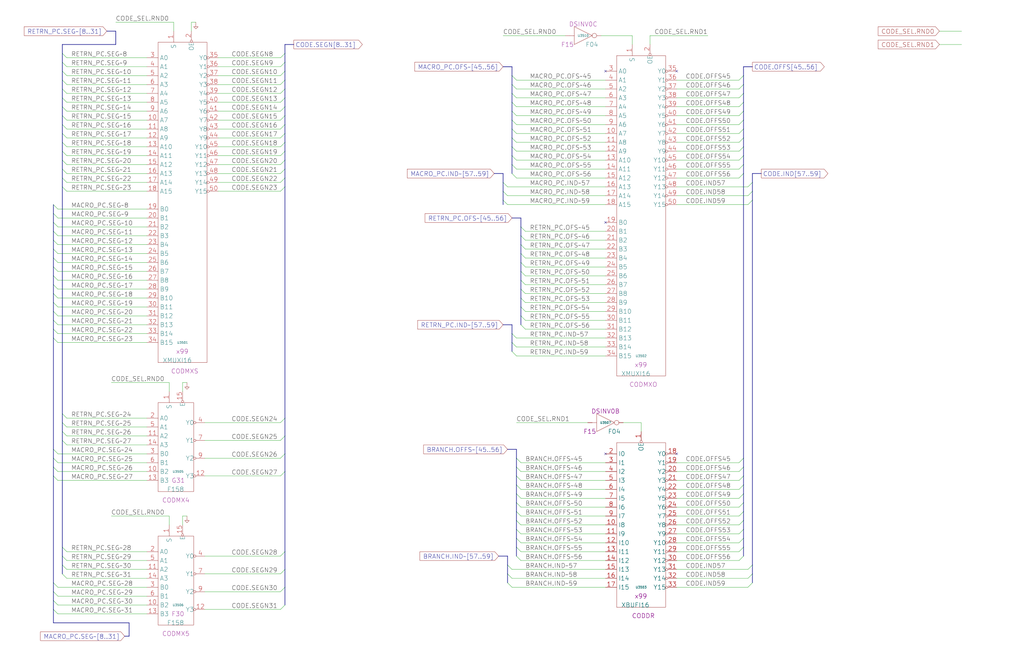
<source format=kicad_sch>
(kicad_sch (version 20211123) (generator eeschema)
  (paper "User" 584.2 378.46)
  (title_block (title "CODE REGISTER OUTPUT MUX") (date "22-MAY-90") (rev "1.0") (comment 1 "SEQUENCER") (comment 2 "232-003064") (comment 3 "S400") (comment 4 "RELEASED"))
  (lib_symbols
    (symbol "r1000:F04" (pin_numbers hide) (pin_names hide)
      (property "Reference" "U" (at 0 0 0))
      (property "Value" "F04" (at 1.27 -5.08 0))
      (property "Location" "___" (at -12.7 -5.08 0))
      (property "Name" "______" (at 0 5.08 0))
      (symbol "F04_1_1"
        (pin input line (at -10.16 0 0) (length 2.54) (name "D") (number "1"))
        (pin output line (at 10.16 0 180) (length 2.54) (name "Q") (number "2"))
      )
    )
    (symbol "r1000:F158" (pin_names (offset 1.016))
      (property "Reference" "U" (at 2.54 5.08 0))
      (property "Value" "F158" (at -3.81 -5.08 0))
      (property "Location" "___" (at -1.27 0 0))
      (property "Name" "______" (at 1.27 -12.7 0))
      (symbol "F158_1_1"
        (pin input line (at -2.54 50.8 270) (length 6.35) (name "S") (number "1"))
        (pin input line (at -15.24 5.08 0) (length 6.35) (name "B2") (number "10"))
        (pin input line (at -15.24 25.4 0) (length 6.35) (name "A2") (number "11"))
        (pin output line (at 17.78 2.54 180) (length 5.08) (name "Y3") (number "12"))
        (pin input line (at -15.24 0 0) (length 6.35) (name "B3") (number "13"))
        (pin input line (at -15.24 20.32 0) (length 6.35) (name "A3") (number "14"))
        (pin input line (at 5.08 50.8 270) (length 5.08) (name "E") (number "15"))
        (pin input line (at -15.24 35.56 0) (length 6.35) (name "A0") (number "2"))
        (pin input line (at -15.24 15.24 0) (length 6.35) (name "B0") (number "3"))
        (pin output line (at 17.78 33.02 180) (length 5.08) (name "Y0") (number "4"))
        (pin input line (at -15.24 30.48 0) (length 6.35) (name "A1") (number "5"))
        (pin input line (at -15.24 10.16 0) (length 6.35) (name "B1") (number "6"))
        (pin output line (at 17.78 22.86 180) (length 5.08) (name "Y1") (number "7"))
        (pin output line (at 17.78 12.7 180) (length 5.08) (name "Y2") (number "9"))
      )
    )
    (symbol "r1000:PD" (power) (pin_numbers hide) (pin_names hide) (in_bom no)
      (symbol "PD_1_1"
        (pin power_in line (at 0 0 270) (length 2.54) (name "PD") (number "1"))
      )
    )
    (symbol "r1000:XBUFI16" (pin_names (offset 1.016))
      (property "Reference" "U" (at 2.54 5.08 0))
      (property "Value" "XBUFI16" (at -8.89 -5.08 0))
      (property "Location" "___" (at -1.27 0 0))
      (property "Name" "______" (at 3.81 -12.7 0))
      (symbol "XBUFI16_1_1"
        (pin input line (at 2.54 93.98 270) (length 5.08) (name "OE") (number "1"))
        (pin input line (at -17.78 40.64 0) (length 6.35) (name "I8") (number "10"))
        (pin input line (at -17.78 35.56 0) (length 6.35) (name "I9") (number "11"))
        (pin input line (at -17.78 30.48 0) (length 6.35) (name "I10") (number "12"))
        (pin input line (at -17.78 25.4 0) (length 6.35) (name "I11") (number "13"))
        (pin input line (at -17.78 20.32 0) (length 6.35) (name "I12") (number "14"))
        (pin input line (at -17.78 15.24 0) (length 6.35) (name "I13") (number "15"))
        (pin input line (at -17.78 10.16 0) (length 6.35) (name "I14") (number "16"))
        (pin input line (at -17.78 5.08 0) (length 6.35) (name "I15") (number "17"))
        (pin tri_state line (at 22.86 81.28 180) (length 5.08) (name "Y0") (number "18"))
        (pin tri_state line (at 22.86 76.2 180) (length 5.08) (name "Y1") (number "19"))
        (pin input line (at -17.78 81.28 0) (length 6.35) (name "I0") (number "2"))
        (pin tri_state line (at 22.86 71.12 180) (length 5.08) (name "Y2") (number "20"))
        (pin tri_state line (at 22.86 66.04 180) (length 5.08) (name "Y3") (number "21"))
        (pin tri_state line (at 22.86 60.96 180) (length 5.08) (name "Y4") (number "22"))
        (pin tri_state line (at 22.86 55.88 180) (length 5.08) (name "Y5") (number "23"))
        (pin tri_state line (at 22.86 50.8 180) (length 5.08) (name "Y6") (number "24"))
        (pin tri_state line (at 22.86 45.72 180) (length 5.08) (name "Y7") (number "25"))
        (pin tri_state line (at 22.86 40.64 180) (length 5.08) (name "Y8") (number "26"))
        (pin tri_state line (at 22.86 35.56 180) (length 5.08) (name "Y9") (number "27"))
        (pin tri_state line (at 22.86 30.48 180) (length 5.08) (name "Y10") (number "28"))
        (pin tri_state line (at 22.86 25.4 180) (length 5.08) (name "Y11") (number "29"))
        (pin input line (at -17.78 76.2 0) (length 6.35) (name "I1") (number "3"))
        (pin tri_state line (at 22.86 20.32 180) (length 5.08) (name "Y12") (number "30"))
        (pin tri_state line (at 22.86 15.24 180) (length 5.08) (name "Y13") (number "31"))
        (pin tri_state line (at 22.86 10.16 180) (length 5.08) (name "Y14") (number "32"))
        (pin tri_state line (at 22.86 5.08 180) (length 5.08) (name "Y15") (number "33"))
        (pin input line (at -17.78 71.12 0) (length 6.35) (name "I2") (number "4"))
        (pin input line (at -17.78 66.04 0) (length 6.35) (name "I3") (number "5"))
        (pin input line (at -17.78 60.96 0) (length 6.35) (name "I4") (number "6"))
        (pin input line (at -17.78 55.88 0) (length 6.35) (name "I5") (number "7"))
        (pin input line (at -17.78 50.8 0) (length 6.35) (name "I6") (number "8"))
        (pin input line (at -17.78 45.72 0) (length 6.35) (name "I7") (number "9"))
      )
    )
    (symbol "r1000:XMUXI16" (pin_names (offset 1.016))
      (property "Reference" "U" (at 2.54 5.08 0))
      (property "Value" "XMUXI16" (at -8.89 -5.08 0))
      (property "Location" "___" (at -1.27 0 0))
      (property "Name" "______" (at 3.81 -12.7 0))
      (symbol "XMUXI16_1_1"
        (pin input line (at -2.54 182.88 270) (length 6.35) (name "S") (number "1"))
        (pin input line (at -17.78 132.08 0) (length 6.35) (name "A7") (number "10"))
        (pin input line (at -17.78 127 0) (length 6.35) (name "A8") (number "11"))
        (pin input line (at -17.78 121.92 0) (length 6.35) (name "A9") (number "12"))
        (pin input line (at -17.78 116.84 0) (length 6.35) (name "A10") (number "13"))
        (pin input line (at -17.78 111.76 0) (length 6.35) (name "A11") (number "14"))
        (pin input line (at -17.78 106.68 0) (length 6.35) (name "A12") (number "15"))
        (pin input line (at -17.78 101.6 0) (length 6.35) (name "A13") (number "16"))
        (pin input line (at -17.78 96.52 0) (length 6.35) (name "A14") (number "17"))
        (pin input line (at -17.78 91.44 0) (length 6.35) (name "A15") (number "18"))
        (pin input line (at -17.78 81.28 0) (length 6.35) (name "B0") (number "19"))
        (pin input line (at 7.62 182.88 270) (length 5.08) (name "OE") (number "2"))
        (pin input line (at -17.78 76.2 0) (length 6.35) (name "B1") (number "20"))
        (pin input line (at -17.78 71.12 0) (length 6.35) (name "B2") (number "21"))
        (pin input line (at -17.78 66.04 0) (length 6.35) (name "B3") (number "22"))
        (pin input line (at -17.78 60.96 0) (length 6.35) (name "B4") (number "23"))
        (pin input line (at -17.78 55.88 0) (length 6.35) (name "B5") (number "24"))
        (pin input line (at -17.78 50.8 0) (length 6.35) (name "B6") (number "25"))
        (pin input line (at -17.78 45.72 0) (length 6.35) (name "B7") (number "26"))
        (pin input line (at -17.78 40.64 0) (length 6.35) (name "B8") (number "27"))
        (pin input line (at -17.78 35.56 0) (length 6.35) (name "B9") (number "28"))
        (pin input line (at -17.78 30.48 0) (length 6.35) (name "B10") (number "29"))
        (pin input line (at -17.78 167.64 0) (length 6.35) (name "A0") (number "3"))
        (pin input line (at -17.78 25.4 0) (length 6.35) (name "B11") (number "30"))
        (pin input line (at -17.78 20.32 0) (length 6.35) (name "B12") (number "31"))
        (pin input line (at -17.78 15.24 0) (length 6.35) (name "B13") (number "32"))
        (pin input line (at -17.78 10.16 0) (length 6.35) (name "B14") (number "33"))
        (pin input line (at -17.78 5.08 0) (length 6.35) (name "B15") (number "34"))
        (pin tri_state line (at 22.86 167.64 180) (length 5.08) (name "Y0") (number "35"))
        (pin tri_state line (at 22.86 162.56 180) (length 5.08) (name "Y1") (number "36"))
        (pin tri_state line (at 22.86 157.48 180) (length 5.08) (name "Y2") (number "37"))
        (pin tri_state line (at 22.86 152.4 180) (length 5.08) (name "Y3") (number "38"))
        (pin tri_state line (at 22.86 147.32 180) (length 5.08) (name "Y4") (number "39"))
        (pin input line (at -17.78 162.56 0) (length 6.35) (name "A1") (number "4"))
        (pin tri_state line (at 22.86 142.24 180) (length 5.08) (name "Y5") (number "40"))
        (pin tri_state line (at 22.86 137.16 180) (length 5.08) (name "Y6") (number "41"))
        (pin tri_state line (at 22.86 132.08 180) (length 5.08) (name "Y7") (number "42"))
        (pin tri_state line (at 22.86 127 180) (length 5.08) (name "Y8") (number "43"))
        (pin tri_state line (at 22.86 121.92 180) (length 5.08) (name "Y9") (number "44"))
        (pin tri_state line (at 22.86 116.84 180) (length 5.08) (name "Y10") (number "45"))
        (pin tri_state line (at 22.86 111.76 180) (length 5.08) (name "Y11") (number "46"))
        (pin tri_state line (at 22.86 106.68 180) (length 5.08) (name "Y12") (number "47"))
        (pin tri_state line (at 22.86 101.6 180) (length 5.08) (name "Y13") (number "48"))
        (pin tri_state line (at 22.86 96.52 180) (length 5.08) (name "Y14") (number "49"))
        (pin input line (at -17.78 157.48 0) (length 6.35) (name "A2") (number "5"))
        (pin tri_state line (at 22.86 91.44 180) (length 5.08) (name "Y15") (number "50"))
        (pin input line (at -17.78 152.4 0) (length 6.35) (name "A3") (number "6"))
        (pin input line (at -17.78 147.32 0) (length 6.35) (name "A4") (number "7"))
        (pin input line (at -17.78 142.24 0) (length 6.35) (name "A5") (number "8"))
        (pin input line (at -17.78 137.16 0) (length 6.35) (name "A6") (number "9"))
      )
    )
  )
  (bus (pts (xy 162.56 101.6) (xy 162.56 106.68)))
  (bus (pts (xy 162.56 106.68) (xy 162.56 238.76)))
  (bus (pts (xy 162.56 238.76) (xy 162.56 248.92)))
  (bus (pts (xy 162.56 248.92) (xy 162.56 259.08)))
  (bus (pts (xy 162.56 25.4) (xy 162.56 30.48)))
  (bus (pts (xy 162.56 259.08) (xy 162.56 269.24)))
  (bus (pts (xy 162.56 269.24) (xy 162.56 314.96)))
  (bus (pts (xy 162.56 30.48) (xy 162.56 35.56)))
  (bus (pts (xy 162.56 314.96) (xy 162.56 325.12)))
  (bus (pts (xy 162.56 325.12) (xy 162.56 335.28)))
  (bus (pts (xy 162.56 335.28) (xy 162.56 345.44)))
  (bus (pts (xy 162.56 35.56) (xy 162.56 40.64)))
  (bus (pts (xy 162.56 40.64) (xy 162.56 45.72)))
  (bus (pts (xy 162.56 45.72) (xy 162.56 50.8)))
  (bus (pts (xy 162.56 50.8) (xy 162.56 55.88)))
  (bus (pts (xy 162.56 55.88) (xy 162.56 60.96)))
  (bus (pts (xy 162.56 60.96) (xy 162.56 66.04)))
  (bus (pts (xy 162.56 66.04) (xy 162.56 71.12)))
  (bus (pts (xy 162.56 71.12) (xy 162.56 76.2)))
  (bus (pts (xy 162.56 76.2) (xy 162.56 81.28)))
  (bus (pts (xy 162.56 81.28) (xy 162.56 86.36)))
  (bus (pts (xy 162.56 86.36) (xy 162.56 91.44)))
  (bus (pts (xy 162.56 91.44) (xy 162.56 96.52)))
  (bus (pts (xy 162.56 96.52) (xy 162.56 101.6)))
  (bus (pts (xy 167.64 25.4) (xy 162.56 25.4)))
  (bus (pts (xy 281.94 99.06) (xy 287.02 99.06)))
  (bus (pts (xy 287.02 104.14) (xy 287.02 109.22)))
  (bus (pts (xy 287.02 109.22) (xy 287.02 114.3)))
  (bus (pts (xy 287.02 114.3) (xy 287.02 116.84)))
  (bus (pts (xy 287.02 185.42) (xy 292.1 185.42)))
  (bus (pts (xy 287.02 38.1) (xy 292.1 38.1)))
  (bus (pts (xy 287.02 99.06) (xy 287.02 104.14)))
  (bus (pts (xy 289.56 256.54) (xy 294.64 256.54)))
  (bus (pts (xy 289.56 317.5) (xy 284.48 317.5)))
  (bus (pts (xy 289.56 322.58) (xy 289.56 317.5)))
  (bus (pts (xy 289.56 322.58) (xy 289.56 327.66)))
  (bus (pts (xy 289.56 327.66) (xy 289.56 332.74)))
  (bus (pts (xy 292.1 124.46) (xy 297.18 124.46)))
  (bus (pts (xy 292.1 185.42) (xy 292.1 190.5)))
  (bus (pts (xy 292.1 190.5) (xy 292.1 195.58)))
  (bus (pts (xy 292.1 195.58) (xy 292.1 200.66)))
  (bus (pts (xy 292.1 38.1) (xy 292.1 43.18)))
  (bus (pts (xy 292.1 43.18) (xy 292.1 48.26)))
  (bus (pts (xy 292.1 48.26) (xy 292.1 53.34)))
  (bus (pts (xy 292.1 53.34) (xy 292.1 58.42)))
  (bus (pts (xy 292.1 58.42) (xy 292.1 63.5)))
  (bus (pts (xy 292.1 63.5) (xy 292.1 68.58)))
  (bus (pts (xy 292.1 68.58) (xy 292.1 73.66)))
  (bus (pts (xy 292.1 73.66) (xy 292.1 78.74)))
  (bus (pts (xy 292.1 78.74) (xy 292.1 83.82)))
  (bus (pts (xy 292.1 83.82) (xy 292.1 88.9)))
  (bus (pts (xy 292.1 88.9) (xy 292.1 93.98)))
  (bus (pts (xy 292.1 93.98) (xy 292.1 99.06)))
  (bus (pts (xy 294.64 256.54) (xy 294.64 261.62)))
  (bus (pts (xy 294.64 261.62) (xy 294.64 266.7)))
  (bus (pts (xy 294.64 266.7) (xy 294.64 271.78)))
  (bus (pts (xy 294.64 271.78) (xy 294.64 276.86)))
  (bus (pts (xy 294.64 276.86) (xy 294.64 281.94)))
  (bus (pts (xy 294.64 281.94) (xy 294.64 287.02)))
  (bus (pts (xy 294.64 287.02) (xy 294.64 292.1)))
  (bus (pts (xy 294.64 292.1) (xy 294.64 297.18)))
  (bus (pts (xy 294.64 297.18) (xy 294.64 302.26)))
  (bus (pts (xy 294.64 302.26) (xy 294.64 307.34)))
  (bus (pts (xy 294.64 307.34) (xy 294.64 312.42)))
  (bus (pts (xy 294.64 312.42) (xy 294.64 317.5)))
  (bus (pts (xy 297.18 124.46) (xy 297.18 129.54)))
  (bus (pts (xy 297.18 129.54) (xy 297.18 134.62)))
  (bus (pts (xy 297.18 134.62) (xy 297.18 139.7)))
  (bus (pts (xy 297.18 139.7) (xy 297.18 144.78)))
  (bus (pts (xy 297.18 144.78) (xy 297.18 149.86)))
  (bus (pts (xy 297.18 149.86) (xy 297.18 154.94)))
  (bus (pts (xy 297.18 154.94) (xy 297.18 160.02)))
  (bus (pts (xy 297.18 160.02) (xy 297.18 165.1)))
  (bus (pts (xy 297.18 165.1) (xy 297.18 170.18)))
  (bus (pts (xy 297.18 170.18) (xy 297.18 175.26)))
  (bus (pts (xy 297.18 175.26) (xy 297.18 180.34)))
  (bus (pts (xy 297.18 180.34) (xy 297.18 185.42)))
  (bus (pts (xy 30.48 116.84) (xy 30.48 121.92)))
  (bus (pts (xy 30.48 121.92) (xy 30.48 127)))
  (bus (pts (xy 30.48 127) (xy 30.48 132.08)))
  (bus (pts (xy 30.48 132.08) (xy 30.48 137.16)))
  (bus (pts (xy 30.48 137.16) (xy 30.48 142.24)))
  (bus (pts (xy 30.48 142.24) (xy 30.48 147.32)))
  (bus (pts (xy 30.48 147.32) (xy 30.48 152.4)))
  (bus (pts (xy 30.48 152.4) (xy 30.48 157.48)))
  (bus (pts (xy 30.48 157.48) (xy 30.48 162.56)))
  (bus (pts (xy 30.48 162.56) (xy 30.48 167.64)))
  (bus (pts (xy 30.48 167.64) (xy 30.48 172.72)))
  (bus (pts (xy 30.48 172.72) (xy 30.48 177.8)))
  (bus (pts (xy 30.48 177.8) (xy 30.48 182.88)))
  (bus (pts (xy 30.48 182.88) (xy 30.48 187.96)))
  (bus (pts (xy 30.48 187.96) (xy 30.48 193.04)))
  (bus (pts (xy 30.48 193.04) (xy 30.48 256.54)))
  (bus (pts (xy 30.48 256.54) (xy 30.48 261.62)))
  (bus (pts (xy 30.48 261.62) (xy 30.48 266.7)))
  (bus (pts (xy 30.48 266.7) (xy 30.48 271.78)))
  (bus (pts (xy 30.48 271.78) (xy 30.48 332.74)))
  (bus (pts (xy 30.48 332.74) (xy 30.48 337.82)))
  (bus (pts (xy 30.48 337.82) (xy 30.48 342.9)))
  (bus (pts (xy 30.48 342.9) (xy 30.48 347.98)))
  (bus (pts (xy 30.48 355.6) (xy 30.48 347.98)))
  (bus (pts (xy 35.56 101.6) (xy 35.56 106.68)))
  (bus (pts (xy 35.56 106.68) (xy 35.56 236.22)))
  (bus (pts (xy 35.56 236.22) (xy 35.56 241.3)))
  (bus (pts (xy 35.56 241.3) (xy 35.56 246.38)))
  (bus (pts (xy 35.56 246.38) (xy 35.56 251.46)))
  (bus (pts (xy 35.56 25.4) (xy 35.56 30.48)))
  (bus (pts (xy 35.56 251.46) (xy 35.56 312.42)))
  (bus (pts (xy 35.56 30.48) (xy 35.56 35.56)))
  (bus (pts (xy 35.56 312.42) (xy 35.56 317.5)))
  (bus (pts (xy 35.56 317.5) (xy 35.56 322.58)))
  (bus (pts (xy 35.56 322.58) (xy 35.56 327.66)))
  (bus (pts (xy 35.56 35.56) (xy 35.56 40.64)))
  (bus (pts (xy 35.56 40.64) (xy 35.56 45.72)))
  (bus (pts (xy 35.56 45.72) (xy 35.56 50.8)))
  (bus (pts (xy 35.56 50.8) (xy 35.56 55.88)))
  (bus (pts (xy 35.56 55.88) (xy 35.56 60.96)))
  (bus (pts (xy 35.56 60.96) (xy 35.56 66.04)))
  (bus (pts (xy 35.56 66.04) (xy 35.56 71.12)))
  (bus (pts (xy 35.56 71.12) (xy 35.56 76.2)))
  (bus (pts (xy 35.56 76.2) (xy 35.56 81.28)))
  (bus (pts (xy 35.56 81.28) (xy 35.56 86.36)))
  (bus (pts (xy 35.56 86.36) (xy 35.56 91.44)))
  (bus (pts (xy 35.56 91.44) (xy 35.56 96.52)))
  (bus (pts (xy 35.56 96.52) (xy 35.56 101.6)))
  (bus (pts (xy 424.18 261.62) (xy 424.18 266.7)))
  (bus (pts (xy 424.18 266.7) (xy 424.18 271.78)))
  (bus (pts (xy 424.18 271.78) (xy 424.18 276.86)))
  (bus (pts (xy 424.18 276.86) (xy 424.18 281.94)))
  (bus (pts (xy 424.18 281.94) (xy 424.18 287.02)))
  (bus (pts (xy 424.18 287.02) (xy 424.18 292.1)))
  (bus (pts (xy 424.18 292.1) (xy 424.18 297.18)))
  (bus (pts (xy 424.18 297.18) (xy 424.18 302.26)))
  (bus (pts (xy 424.18 302.26) (xy 424.18 307.34)))
  (bus (pts (xy 424.18 307.34) (xy 424.18 312.42)))
  (bus (pts (xy 424.18 312.42) (xy 424.18 317.5)))
  (bus (pts (xy 424.18 38.1) (xy 424.18 43.18)))
  (bus (pts (xy 424.18 43.18) (xy 424.18 48.26)))
  (bus (pts (xy 424.18 48.26) (xy 424.18 53.34)))
  (bus (pts (xy 424.18 53.34) (xy 424.18 58.42)))
  (bus (pts (xy 424.18 58.42) (xy 424.18 63.5)))
  (bus (pts (xy 424.18 63.5) (xy 424.18 68.58)))
  (bus (pts (xy 424.18 68.58) (xy 424.18 73.66)))
  (bus (pts (xy 424.18 73.66) (xy 424.18 78.74)))
  (bus (pts (xy 424.18 78.74) (xy 424.18 83.82)))
  (bus (pts (xy 424.18 83.82) (xy 424.18 88.9)))
  (bus (pts (xy 424.18 88.9) (xy 424.18 93.98)))
  (bus (pts (xy 424.18 93.98) (xy 424.18 99.06)))
  (bus (pts (xy 424.18 99.06) (xy 424.18 261.62)))
  (bus (pts (xy 429.26 104.14) (xy 429.26 109.22)))
  (bus (pts (xy 429.26 109.22) (xy 429.26 114.3)))
  (bus (pts (xy 429.26 114.3) (xy 429.26 322.58)))
  (bus (pts (xy 429.26 322.58) (xy 429.26 327.66)))
  (bus (pts (xy 429.26 327.66) (xy 429.26 332.74)))
  (bus (pts (xy 429.26 38.1) (xy 424.18 38.1)))
  (bus (pts (xy 429.26 99.06) (xy 429.26 104.14)))
  (bus (pts (xy 434.34 99.06) (xy 429.26 99.06)))
  (bus (pts (xy 60.96 17.78) (xy 66.04 17.78)))
  (bus (pts (xy 66.04 17.78) (xy 66.04 25.4)))
  (bus (pts (xy 66.04 25.4) (xy 35.56 25.4)))
  (bus (pts (xy 71.12 363.22) (xy 73.66 363.22)))
  (bus (pts (xy 73.66 355.6) (xy 30.48 355.6)))
  (bus (pts (xy 73.66 363.22) (xy 73.66 355.6)))
  (wire (pts (xy 104.14 218.44) (xy 104.14 223.52)))
  (wire (pts (xy 104.14 294.64) (xy 104.14 299.72)))
  (wire (pts (xy 106.68 218.44) (xy 104.14 218.44)))
  (wire (pts (xy 106.68 294.64) (xy 104.14 294.64)))
  (wire (pts (xy 109.22 12.7) (xy 109.22 17.78)))
  (wire (pts (xy 111.76 12.7) (xy 109.22 12.7)))
  (wire (pts (xy 116.84 241.3) (xy 160.02 241.3)))
  (wire (pts (xy 116.84 251.46) (xy 160.02 251.46)))
  (wire (pts (xy 116.84 261.62) (xy 160.02 261.62)))
  (wire (pts (xy 116.84 271.78) (xy 160.02 271.78)))
  (wire (pts (xy 116.84 317.5) (xy 160.02 317.5)))
  (wire (pts (xy 116.84 327.66) (xy 160.02 327.66)))
  (wire (pts (xy 116.84 337.82) (xy 160.02 337.82)))
  (wire (pts (xy 116.84 347.98) (xy 160.02 347.98)))
  (wire (pts (xy 124.46 104.14) (xy 160.02 104.14)))
  (wire (pts (xy 124.46 109.22) (xy 160.02 109.22)))
  (wire (pts (xy 124.46 33.02) (xy 160.02 33.02)))
  (wire (pts (xy 124.46 38.1) (xy 160.02 38.1)))
  (wire (pts (xy 124.46 43.18) (xy 160.02 43.18)))
  (wire (pts (xy 124.46 48.26) (xy 160.02 48.26)))
  (wire (pts (xy 124.46 53.34) (xy 160.02 53.34)))
  (wire (pts (xy 124.46 58.42) (xy 160.02 58.42)))
  (wire (pts (xy 124.46 63.5) (xy 160.02 63.5)))
  (wire (pts (xy 124.46 68.58) (xy 160.02 68.58)))
  (wire (pts (xy 124.46 73.66) (xy 160.02 73.66)))
  (wire (pts (xy 124.46 78.74) (xy 160.02 78.74)))
  (wire (pts (xy 124.46 83.82) (xy 160.02 83.82)))
  (wire (pts (xy 124.46 88.9) (xy 160.02 88.9)))
  (wire (pts (xy 124.46 93.98) (xy 160.02 93.98)))
  (wire (pts (xy 124.46 99.06) (xy 160.02 99.06)))
  (wire (pts (xy 287.02 20.32) (xy 322.58 20.32)))
  (wire (pts (xy 289.56 106.68) (xy 345.44 106.68)))
  (wire (pts (xy 289.56 111.76) (xy 345.44 111.76)))
  (wire (pts (xy 289.56 116.84) (xy 345.44 116.84)))
  (wire (pts (xy 292.1 325.12) (xy 345.44 325.12)))
  (wire (pts (xy 292.1 330.2) (xy 345.44 330.2)))
  (wire (pts (xy 292.1 335.28) (xy 345.44 335.28)))
  (wire (pts (xy 294.64 101.6) (xy 345.44 101.6)))
  (wire (pts (xy 294.64 193.04) (xy 345.44 193.04)))
  (wire (pts (xy 294.64 198.12) (xy 345.44 198.12)))
  (wire (pts (xy 294.64 203.2) (xy 345.44 203.2)))
  (wire (pts (xy 294.64 241.3) (xy 335.28 241.3)))
  (wire (pts (xy 294.64 45.72) (xy 345.44 45.72)))
  (wire (pts (xy 294.64 50.8) (xy 345.44 50.8)))
  (wire (pts (xy 294.64 55.88) (xy 345.44 55.88)))
  (wire (pts (xy 294.64 60.96) (xy 345.44 60.96)))
  (wire (pts (xy 294.64 66.04) (xy 345.44 66.04)))
  (wire (pts (xy 294.64 71.12) (xy 345.44 71.12)))
  (wire (pts (xy 294.64 76.2) (xy 345.44 76.2)))
  (wire (pts (xy 294.64 81.28) (xy 345.44 81.28)))
  (wire (pts (xy 294.64 86.36) (xy 345.44 86.36)))
  (wire (pts (xy 294.64 91.44) (xy 345.44 91.44)))
  (wire (pts (xy 294.64 96.52) (xy 345.44 96.52)))
  (wire (pts (xy 297.18 264.16) (xy 345.44 264.16)))
  (wire (pts (xy 297.18 269.24) (xy 345.44 269.24)))
  (wire (pts (xy 297.18 274.32) (xy 345.44 274.32)))
  (wire (pts (xy 297.18 279.4) (xy 345.44 279.4)))
  (wire (pts (xy 297.18 284.48) (xy 345.44 284.48)))
  (wire (pts (xy 297.18 289.56) (xy 345.44 289.56)))
  (wire (pts (xy 297.18 294.64) (xy 345.44 294.64)))
  (wire (pts (xy 297.18 299.72) (xy 345.44 299.72)))
  (wire (pts (xy 297.18 304.8) (xy 345.44 304.8)))
  (wire (pts (xy 297.18 309.88) (xy 345.44 309.88)))
  (wire (pts (xy 297.18 314.96) (xy 345.44 314.96)))
  (wire (pts (xy 297.18 320.04) (xy 345.44 320.04)))
  (wire (pts (xy 299.72 132.08) (xy 345.44 132.08)))
  (wire (pts (xy 299.72 137.16) (xy 345.44 137.16)))
  (wire (pts (xy 299.72 142.24) (xy 345.44 142.24)))
  (wire (pts (xy 299.72 147.32) (xy 345.44 147.32)))
  (wire (pts (xy 299.72 152.4) (xy 345.44 152.4)))
  (wire (pts (xy 299.72 157.48) (xy 345.44 157.48)))
  (wire (pts (xy 299.72 162.56) (xy 345.44 162.56)))
  (wire (pts (xy 299.72 167.64) (xy 345.44 167.64)))
  (wire (pts (xy 299.72 172.72) (xy 345.44 172.72)))
  (wire (pts (xy 299.72 177.8) (xy 345.44 177.8)))
  (wire (pts (xy 299.72 182.88) (xy 345.44 182.88)))
  (wire (pts (xy 299.72 187.96) (xy 345.44 187.96)))
  (wire (pts (xy 33.02 119.38) (xy 83.82 119.38)))
  (wire (pts (xy 33.02 124.46) (xy 83.82 124.46)))
  (wire (pts (xy 33.02 129.54) (xy 83.82 129.54)))
  (wire (pts (xy 33.02 134.62) (xy 83.82 134.62)))
  (wire (pts (xy 33.02 139.7) (xy 83.82 139.7)))
  (wire (pts (xy 33.02 144.78) (xy 83.82 144.78)))
  (wire (pts (xy 33.02 149.86) (xy 83.82 149.86)))
  (wire (pts (xy 33.02 154.94) (xy 83.82 154.94)))
  (wire (pts (xy 33.02 160.02) (xy 83.82 160.02)))
  (wire (pts (xy 33.02 165.1) (xy 83.82 165.1)))
  (wire (pts (xy 33.02 170.18) (xy 83.82 170.18)))
  (wire (pts (xy 33.02 175.26) (xy 83.82 175.26)))
  (wire (pts (xy 33.02 180.34) (xy 83.82 180.34)))
  (wire (pts (xy 33.02 185.42) (xy 83.82 185.42)))
  (wire (pts (xy 33.02 190.5) (xy 83.82 190.5)))
  (wire (pts (xy 33.02 195.58) (xy 83.82 195.58)))
  (wire (pts (xy 33.02 259.08) (xy 83.82 259.08)))
  (wire (pts (xy 33.02 264.16) (xy 83.82 264.16)))
  (wire (pts (xy 33.02 269.24) (xy 83.82 269.24)))
  (wire (pts (xy 33.02 274.32) (xy 83.82 274.32)))
  (wire (pts (xy 33.02 335.28) (xy 83.82 335.28)))
  (wire (pts (xy 33.02 340.36) (xy 83.82 340.36)))
  (wire (pts (xy 33.02 345.44) (xy 83.82 345.44)))
  (wire (pts (xy 33.02 350.52) (xy 83.82 350.52)))
  (wire (pts (xy 342.9 20.32) (xy 360.68 20.32)))
  (wire (pts (xy 355.6 241.3) (xy 365.76 241.3)))
  (wire (pts (xy 360.68 20.32) (xy 360.68 25.4)))
  (wire (pts (xy 365.76 241.3) (xy 365.76 246.38)))
  (wire (pts (xy 370.84 20.32) (xy 403.86 20.32)))
  (wire (pts (xy 370.84 25.4) (xy 370.84 20.32)))
  (wire (pts (xy 38.1 104.14) (xy 83.82 104.14)))
  (wire (pts (xy 38.1 109.22) (xy 83.82 109.22)))
  (wire (pts (xy 38.1 238.76) (xy 83.82 238.76)))
  (wire (pts (xy 38.1 243.84) (xy 83.82 243.84)))
  (wire (pts (xy 38.1 248.92) (xy 83.82 248.92)))
  (wire (pts (xy 38.1 254) (xy 83.82 254)))
  (wire (pts (xy 38.1 314.96) (xy 83.82 314.96)))
  (wire (pts (xy 38.1 320.04) (xy 83.82 320.04)))
  (wire (pts (xy 38.1 325.12) (xy 83.82 325.12)))
  (wire (pts (xy 38.1 33.02) (xy 83.82 33.02)))
  (wire (pts (xy 38.1 330.2) (xy 83.82 330.2)))
  (wire (pts (xy 38.1 38.1) (xy 83.82 38.1)))
  (wire (pts (xy 38.1 43.18) (xy 83.82 43.18)))
  (wire (pts (xy 38.1 48.26) (xy 83.82 48.26)))
  (wire (pts (xy 38.1 53.34) (xy 83.82 53.34)))
  (wire (pts (xy 38.1 58.42) (xy 83.82 58.42)))
  (wire (pts (xy 38.1 63.5) (xy 83.82 63.5)))
  (wire (pts (xy 38.1 68.58) (xy 83.82 68.58)))
  (wire (pts (xy 38.1 73.66) (xy 83.82 73.66)))
  (wire (pts (xy 38.1 78.74) (xy 83.82 78.74)))
  (wire (pts (xy 38.1 83.82) (xy 83.82 83.82)))
  (wire (pts (xy 38.1 88.9) (xy 83.82 88.9)))
  (wire (pts (xy 38.1 93.98) (xy 83.82 93.98)))
  (wire (pts (xy 38.1 99.06) (xy 83.82 99.06)))
  (wire (pts (xy 386.08 101.6) (xy 421.64 101.6)))
  (wire (pts (xy 386.08 106.68) (xy 426.72 106.68)))
  (wire (pts (xy 386.08 111.76) (xy 426.72 111.76)))
  (wire (pts (xy 386.08 116.84) (xy 426.72 116.84)))
  (wire (pts (xy 386.08 264.16) (xy 421.64 264.16)))
  (wire (pts (xy 386.08 269.24) (xy 421.64 269.24)))
  (wire (pts (xy 386.08 274.32) (xy 421.64 274.32)))
  (wire (pts (xy 386.08 279.4) (xy 421.64 279.4)))
  (wire (pts (xy 386.08 284.48) (xy 421.64 284.48)))
  (wire (pts (xy 386.08 289.56) (xy 421.64 289.56)))
  (wire (pts (xy 386.08 294.64) (xy 421.64 294.64)))
  (wire (pts (xy 386.08 299.72) (xy 421.64 299.72)))
  (wire (pts (xy 386.08 304.8) (xy 421.64 304.8)))
  (wire (pts (xy 386.08 309.88) (xy 421.64 309.88)))
  (wire (pts (xy 386.08 314.96) (xy 421.64 314.96)))
  (wire (pts (xy 386.08 320.04) (xy 421.64 320.04)))
  (wire (pts (xy 386.08 325.12) (xy 426.72 325.12)))
  (wire (pts (xy 386.08 330.2) (xy 426.72 330.2)))
  (wire (pts (xy 386.08 335.28) (xy 426.72 335.28)))
  (wire (pts (xy 386.08 45.72) (xy 421.64 45.72)))
  (wire (pts (xy 386.08 50.8) (xy 421.64 50.8)))
  (wire (pts (xy 386.08 55.88) (xy 421.64 55.88)))
  (wire (pts (xy 386.08 60.96) (xy 421.64 60.96)))
  (wire (pts (xy 386.08 66.04) (xy 421.64 66.04)))
  (wire (pts (xy 386.08 71.12) (xy 421.64 71.12)))
  (wire (pts (xy 386.08 76.2) (xy 421.64 76.2)))
  (wire (pts (xy 386.08 81.28) (xy 421.64 81.28)))
  (wire (pts (xy 386.08 86.36) (xy 421.64 86.36)))
  (wire (pts (xy 386.08 91.44) (xy 421.64 91.44)))
  (wire (pts (xy 386.08 96.52) (xy 421.64 96.52)))
  (wire (pts (xy 535.94 17.78) (xy 548.64 17.78)))
  (wire (pts (xy 535.94 25.4) (xy 548.64 25.4)))
  (wire (pts (xy 63.5 218.44) (xy 96.52 218.44)))
  (wire (pts (xy 63.5 294.64) (xy 96.52 294.64)))
  (wire (pts (xy 66.04 12.7) (xy 99.06 12.7)))
  (wire (pts (xy 96.52 218.44) (xy 96.52 223.52)))
  (wire (pts (xy 96.52 294.64) (xy 96.52 299.72)))
  (wire (pts (xy 99.06 12.7) (xy 99.06 17.78)))
  (bus_entry (at 30.48 116.84) (size 2.54 2.54))
  (bus_entry (at 30.48 121.92) (size 2.54 2.54))
  (bus_entry (at 30.48 127) (size 2.54 2.54))
  (bus_entry (at 30.48 132.08) (size 2.54 2.54))
  (bus_entry (at 30.48 137.16) (size 2.54 2.54))
  (bus_entry (at 30.48 142.24) (size 2.54 2.54))
  (bus_entry (at 30.48 147.32) (size 2.54 2.54))
  (bus_entry (at 30.48 152.4) (size 2.54 2.54))
  (bus_entry (at 30.48 157.48) (size 2.54 2.54))
  (bus_entry (at 30.48 162.56) (size 2.54 2.54))
  (bus_entry (at 30.48 167.64) (size 2.54 2.54))
  (bus_entry (at 30.48 172.72) (size 2.54 2.54))
  (bus_entry (at 30.48 177.8) (size 2.54 2.54))
  (bus_entry (at 30.48 182.88) (size 2.54 2.54))
  (bus_entry (at 30.48 187.96) (size 2.54 2.54))
  (bus_entry (at 30.48 193.04) (size 2.54 2.54))
  (bus_entry (at 30.48 256.54) (size 2.54 2.54))
  (bus_entry (at 30.48 261.62) (size 2.54 2.54))
  (bus_entry (at 30.48 266.7) (size 2.54 2.54))
  (bus_entry (at 30.48 271.78) (size 2.54 2.54))
  (bus_entry (at 30.48 332.74) (size 2.54 2.54))
  (bus_entry (at 30.48 337.82) (size 2.54 2.54))
  (bus_entry (at 30.48 342.9) (size 2.54 2.54))
  (bus_entry (at 30.48 347.98) (size 2.54 2.54))
  (bus_entry (at 35.56 30.48) (size 2.54 2.54))
  (bus_entry (at 35.56 35.56) (size 2.54 2.54))
  (bus_entry (at 35.56 40.64) (size 2.54 2.54))
  (bus_entry (at 35.56 45.72) (size 2.54 2.54))
  (bus_entry (at 35.56 50.8) (size 2.54 2.54))
  (bus_entry (at 35.56 55.88) (size 2.54 2.54))
  (bus_entry (at 35.56 60.96) (size 2.54 2.54))
  (bus_entry (at 35.56 66.04) (size 2.54 2.54))
  (bus_entry (at 35.56 71.12) (size 2.54 2.54))
  (bus_entry (at 35.56 76.2) (size 2.54 2.54))
  (bus_entry (at 35.56 81.28) (size 2.54 2.54))
  (bus_entry (at 35.56 86.36) (size 2.54 2.54))
  (bus_entry (at 35.56 91.44) (size 2.54 2.54))
  (bus_entry (at 35.56 96.52) (size 2.54 2.54))
  (bus_entry (at 35.56 101.6) (size 2.54 2.54))
  (bus_entry (at 35.56 106.68) (size 2.54 2.54))
  (bus_entry (at 35.56 236.22) (size 2.54 2.54))
  (bus_entry (at 35.56 241.3) (size 2.54 2.54))
  (bus_entry (at 35.56 246.38) (size 2.54 2.54))
  (bus_entry (at 35.56 251.46) (size 2.54 2.54))
  (bus_entry (at 35.56 312.42) (size 2.54 2.54))
  (bus_entry (at 35.56 317.5) (size 2.54 2.54))
  (bus_entry (at 35.56 322.58) (size 2.54 2.54))
  (bus_entry (at 35.56 327.66) (size 2.54 2.54))
  (label "RETRN_PC.SEG~8" (at 40.64 33.02 0) (effects (font (size 2.54 2.54))))
  (label "RETRN_PC.SEG~9" (at 40.64 38.1 0) (effects (font (size 2.54 2.54))))
  (label "RETRN_PC.SEG~10" (at 40.64 43.18 0) (effects (font (size 2.54 2.54))))
  (label "RETRN_PC.SEG~11" (at 40.64 48.26 0) (effects (font (size 2.54 2.54))))
  (label "RETRN_PC.SEG~12" (at 40.64 53.34 0) (effects (font (size 2.54 2.54))))
  (label "RETRN_PC.SEG~13" (at 40.64 58.42 0) (effects (font (size 2.54 2.54))))
  (label "RETRN_PC.SEG~14" (at 40.64 63.5 0) (effects (font (size 2.54 2.54))))
  (label "RETRN_PC.SEG~15" (at 40.64 68.58 0) (effects (font (size 2.54 2.54))))
  (label "RETRN_PC.SEG~16" (at 40.64 73.66 0) (effects (font (size 2.54 2.54))))
  (label "RETRN_PC.SEG~17" (at 40.64 78.74 0) (effects (font (size 2.54 2.54))))
  (label "RETRN_PC.SEG~18" (at 40.64 83.82 0) (effects (font (size 2.54 2.54))))
  (label "RETRN_PC.SEG~19" (at 40.64 88.9 0) (effects (font (size 2.54 2.54))))
  (label "RETRN_PC.SEG~20" (at 40.64 93.98 0) (effects (font (size 2.54 2.54))))
  (label "RETRN_PC.SEG~21" (at 40.64 99.06 0) (effects (font (size 2.54 2.54))))
  (label "RETRN_PC.SEG~22" (at 40.64 104.14 0) (effects (font (size 2.54 2.54))))
  (label "RETRN_PC.SEG~23" (at 40.64 109.22 0) (effects (font (size 2.54 2.54))))
  (label "MACRO_PC.SEG~8" (at 40.64 119.38 0) (effects (font (size 2.54 2.54))))
  (label "MACRO_PC.SEG~9" (at 40.64 124.46 0) (effects (font (size 2.54 2.54))))
  (label "MACRO_PC.SEG~10" (at 40.64 129.54 0) (effects (font (size 2.54 2.54))))
  (label "MACRO_PC.SEG~11" (at 40.64 134.62 0) (effects (font (size 2.54 2.54))))
  (label "MACRO_PC.SEG~12" (at 40.64 139.7 0) (effects (font (size 2.54 2.54))))
  (label "MACRO_PC.SEG~13" (at 40.64 144.78 0) (effects (font (size 2.54 2.54))))
  (label "MACRO_PC.SEG~14" (at 40.64 149.86 0) (effects (font (size 2.54 2.54))))
  (label "MACRO_PC.SEG~15" (at 40.64 154.94 0) (effects (font (size 2.54 2.54))))
  (label "MACRO_PC.SEG~16" (at 40.64 160.02 0) (effects (font (size 2.54 2.54))))
  (label "MACRO_PC.SEG~17" (at 40.64 165.1 0) (effects (font (size 2.54 2.54))))
  (label "MACRO_PC.SEG~18" (at 40.64 170.18 0) (effects (font (size 2.54 2.54))))
  (label "MACRO_PC.SEG~19" (at 40.64 175.26 0) (effects (font (size 2.54 2.54))))
  (label "MACRO_PC.SEG~20" (at 40.64 180.34 0) (effects (font (size 2.54 2.54))))
  (label "MACRO_PC.SEG~21" (at 40.64 185.42 0) (effects (font (size 2.54 2.54))))
  (label "MACRO_PC.SEG~22" (at 40.64 190.5 0) (effects (font (size 2.54 2.54))))
  (label "MACRO_PC.SEG~23" (at 40.64 195.58 0) (effects (font (size 2.54 2.54))))
  (label "RETRN_PC.SEG~24" (at 40.64 238.76 0) (effects (font (size 2.54 2.54))))
  (label "RETRN_PC.SEG~25" (at 40.64 243.84 0) (effects (font (size 2.54 2.54))))
  (label "RETRN_PC.SEG~26" (at 40.64 248.92 0) (effects (font (size 2.54 2.54))))
  (label "RETRN_PC.SEG~27" (at 40.64 254 0) (effects (font (size 2.54 2.54))))
  (label "MACRO_PC.SEG~24" (at 40.64 259.08 0) (effects (font (size 2.54 2.54))))
  (label "MACRO_PC.SEG~25" (at 40.64 264.16 0) (effects (font (size 2.54 2.54))))
  (label "MACRO_PC.SEG~26" (at 40.64 269.24 0) (effects (font (size 2.54 2.54))))
  (label "MACRO_PC.SEG~27" (at 40.64 274.32 0) (effects (font (size 2.54 2.54))))
  (label "RETRN_PC.SEG~28" (at 40.64 314.96 0) (effects (font (size 2.54 2.54))))
  (label "RETRN_PC.SEG~29" (at 40.64 320.04 0) (effects (font (size 2.54 2.54))))
  (label "RETRN_PC.SEG~30" (at 40.64 325.12 0) (effects (font (size 2.54 2.54))))
  (label "RETRN_PC.SEG~31" (at 40.64 330.2 0) (effects (font (size 2.54 2.54))))
  (label "MACRO_PC.SEG~28" (at 40.64 335.28 0) (effects (font (size 2.54 2.54))))
  (label "MACRO_PC.SEG~29" (at 40.64 340.36 0) (effects (font (size 2.54 2.54))))
  (label "MACRO_PC.SEG~30" (at 40.64 345.44 0) (effects (font (size 2.54 2.54))))
  (label "MACRO_PC.SEG~31" (at 40.64 350.52 0) (effects (font (size 2.54 2.54))))
  (global_label "RETRN_PC.SEG~[8..31]" (shape input) (at 60.96 17.78 180) (effects (font (size 2.54 2.54))) (property "Intersheet References" "${INTERSHEET_REFS}" (at 13.8007 17.6213 0) (effects (font (size 2.54 2.54)) (justify right))))
  (label "CODE_SEL.RND0" (at 63.5 218.44 0) (effects (font (size 2.54 2.54))))
  (label "CODE_SEL.RND0" (at 63.5 294.64 0) (effects (font (size 2.54 2.54))))
  (label "CODE_SEL.RND0" (at 66.04 12.7 0) (effects (font (size 2.54 2.54))))
  (global_label "MACRO_PC.SEG~[8..31]" (shape input) (at 71.12 363.22 180) (effects (font (size 2.54 2.54))) (property "Intersheet References" "${INTERSHEET_REFS}" (at 23.114 363.0613 0) (effects (font (size 2.54 2.54)) (justify right))))
  (symbol (lib_id "r1000:F158") (at 99.06 274.32 0) (unit 1)
    (property "Reference" "U3505" (at 101.6 269.24 0))
    (property "Value" "F158" (at 95.25 279.4 0) (effects (font (size 2.54 2.54)) (justify left)))
    (property "Location" "G31" (at 97.79 274.32 0) (effects (font (size 2.54 2.54)) (justify left)))
    (property "Name" "CODMX4" (at 100.33 287.02 0) (effects (font (size 2.54 2.54)) (justify bottom)))
  )
  (symbol (lib_id "r1000:F158") (at 99.06 350.52 0) (unit 1)
    (property "Reference" "U3506" (at 101.6 345.44 0))
    (property "Value" "F158" (at 95.25 355.6 0) (effects (font (size 2.54 2.54)) (justify left)))
    (property "Location" "F30" (at 97.79 350.52 0) (effects (font (size 2.54 2.54)) (justify left)))
    (property "Name" "CODMX5" (at 100.33 363.22 0) (effects (font (size 2.54 2.54)) (justify bottom)))
  )
  (symbol (lib_id "r1000:XMUXI16") (at 101.6 200.66 0) (unit 1)
    (property "Reference" "U3501" (at 104.14 195.58 0))
    (property "Value" "XMUXI16" (at 92.71 205.74 0) (effects (font (size 2.54 2.54)) (justify left)))
    (property "Location" "x99" (at 100.33 200.66 0) (effects (font (size 2.54 2.54)) (justify left)))
    (property "Name" "CODMXS" (at 105.41 213.36 0) (effects (font (size 2.54 2.54)) (justify bottom)))
  )
  (symbol (lib_id "r1000:PD") (at 106.68 218.44 0) (unit 1) (in_bom no)
    (property "Reference" "#PWR03501" (effects hide))
    (property "Value" "PD" (effects hide))
  )
  (symbol (lib_id "r1000:PD") (at 106.68 294.64 0) (unit 1) (in_bom no)
    (property "Reference" "#PWR03506" (effects hide))
    (property "Value" "PD" (effects hide))
  )
  (symbol (lib_id "r1000:PD") (at 111.76 12.7 0) (unit 1) (in_bom no)
    (property "Reference" "#PWR03502" (effects hide))
    (property "Value" "PD" (effects hide))
  )
  (label "CODE.SEGN8" (at 132.08 33.02 0) (effects (font (size 2.54 2.54))))
  (label "CODE.SEGN9" (at 132.08 38.1 0) (effects (font (size 2.54 2.54))))
  (label "CODE.SEGN10" (at 132.08 43.18 0) (effects (font (size 2.54 2.54))))
  (label "CODE.SEGN11" (at 132.08 48.26 0) (effects (font (size 2.54 2.54))))
  (label "CODE.SEGN12" (at 132.08 53.34 0) (effects (font (size 2.54 2.54))))
  (label "CODE.SEGN13" (at 132.08 58.42 0) (effects (font (size 2.54 2.54))))
  (label "CODE.SEGN14" (at 132.08 63.5 0) (effects (font (size 2.54 2.54))))
  (label "CODE.SEGN15" (at 132.08 68.58 0) (effects (font (size 2.54 2.54))))
  (label "CODE.SEGN16" (at 132.08 73.66 0) (effects (font (size 2.54 2.54))))
  (label "CODE.SEGN17" (at 132.08 78.74 0) (effects (font (size 2.54 2.54))))
  (label "CODE.SEGN18" (at 132.08 83.82 0) (effects (font (size 2.54 2.54))))
  (label "CODE.SEGN19" (at 132.08 88.9 0) (effects (font (size 2.54 2.54))))
  (label "CODE.SEGN20" (at 132.08 93.98 0) (effects (font (size 2.54 2.54))))
  (label "CODE.SEGN21" (at 132.08 99.06 0) (effects (font (size 2.54 2.54))))
  (label "CODE.SEGN22" (at 132.08 104.14 0) (effects (font (size 2.54 2.54))))
  (label "CODE.SEGN23" (at 132.08 109.22 0) (effects (font (size 2.54 2.54))))
  (label "CODE.SEGN24" (at 132.08 241.3 0) (effects (font (size 2.54 2.54))))
  (label "CODE.SEGN25" (at 132.08 251.46 0) (effects (font (size 2.54 2.54))))
  (label "CODE.SEGN26" (at 132.08 261.62 0) (effects (font (size 2.54 2.54))))
  (label "CODE.SEGN27" (at 132.08 271.78 0) (effects (font (size 2.54 2.54))))
  (label "CODE.SEGN28" (at 132.08 317.5 0) (effects (font (size 2.54 2.54))))
  (label "CODE.SEGN29" (at 132.08 327.66 0) (effects (font (size 2.54 2.54))))
  (label "CODE.SEGN30" (at 132.08 337.82 0) (effects (font (size 2.54 2.54))))
  (label "CODE.SEGN31" (at 132.08 347.98 0) (effects (font (size 2.54 2.54))))
  (bus_entry (at 162.56 30.48) (size -2.54 2.54))
  (bus_entry (at 162.56 35.56) (size -2.54 2.54))
  (bus_entry (at 162.56 40.64) (size -2.54 2.54))
  (bus_entry (at 162.56 45.72) (size -2.54 2.54))
  (bus_entry (at 162.56 50.8) (size -2.54 2.54))
  (bus_entry (at 162.56 55.88) (size -2.54 2.54))
  (bus_entry (at 162.56 60.96) (size -2.54 2.54))
  (bus_entry (at 162.56 66.04) (size -2.54 2.54))
  (bus_entry (at 162.56 71.12) (size -2.54 2.54))
  (bus_entry (at 162.56 76.2) (size -2.54 2.54))
  (bus_entry (at 162.56 81.28) (size -2.54 2.54))
  (bus_entry (at 162.56 86.36) (size -2.54 2.54))
  (bus_entry (at 162.56 91.44) (size -2.54 2.54))
  (bus_entry (at 162.56 96.52) (size -2.54 2.54))
  (bus_entry (at 162.56 101.6) (size -2.54 2.54))
  (bus_entry (at 162.56 106.68) (size -2.54 2.54))
  (bus_entry (at 162.56 238.76) (size -2.54 2.54))
  (bus_entry (at 162.56 248.92) (size -2.54 2.54))
  (bus_entry (at 162.56 259.08) (size -2.54 2.54))
  (bus_entry (at 162.56 269.24) (size -2.54 2.54))
  (bus_entry (at 162.56 314.96) (size -2.54 2.54))
  (bus_entry (at 162.56 325.12) (size -2.54 2.54))
  (bus_entry (at 162.56 335.28) (size -2.54 2.54))
  (bus_entry (at 162.56 345.44) (size -2.54 2.54))
  (global_label "CODE.SEGN[8..31]" (shape output) (at 167.64 25.4 0) (effects (font (size 2.54 2.54))) (property "Intersheet References" "${INTERSHEET_REFS}" (at 206.6955 25.2413 0) (effects (font (size 2.54 2.54)) (justify left))))
  (global_label "MACRO_PC.IND~[57..59]" (shape input) (at 281.94 99.06 180) (effects (font (size 2.54 2.54))) (property "Intersheet References" "${INTERSHEET_REFS}" (at 232.3616 98.9013 0) (effects (font (size 2.54 2.54)) (justify right))))
  (global_label "BRANCH.IND~[57..59]" (shape input) (at 284.48 317.5 180) (effects (font (size 2.54 2.54))) (property "Intersheet References" "${INTERSHEET_REFS}" (at 239.6188 317.3413 0) (effects (font (size 2.54 2.54)) (justify right))))
  (label "CODE_SEL.RND0" (at 287.02 20.32 0) (effects (font (size 2.54 2.54))))
  (global_label "MACRO_PC.OFS~[45..56]" (shape input) (at 287.02 38.1 180) (effects (font (size 2.54 2.54))) (property "Intersheet References" "${INTERSHEET_REFS}" (at 236.595 37.9413 0) (effects (font (size 2.54 2.54)) (justify right))))
  (bus_entry (at 287.02 104.14) (size 2.54 2.54))
  (bus_entry (at 287.02 109.22) (size 2.54 2.54))
  (bus_entry (at 287.02 114.3) (size 2.54 2.54))
  (global_label "RETRN_PC.IND~[57..59]" (shape input) (at 287.02 185.42 180) (effects (font (size 2.54 2.54))) (property "Intersheet References" "${INTERSHEET_REFS}" (at 238.2883 185.2613 0) (effects (font (size 2.54 2.54)) (justify right))))
  (global_label "BRANCH.OFFS~[45..56]" (shape input) (at 289.56 256.54 180) (effects (font (size 2.54 2.54))) (property "Intersheet References" "${INTERSHEET_REFS}" (at 241.675 256.3813 0) (effects (font (size 2.54 2.54)) (justify right))))
  (bus_entry (at 289.56 322.58) (size 2.54 2.54))
  (bus_entry (at 289.56 327.66) (size 2.54 2.54))
  (bus_entry (at 289.56 332.74) (size 2.54 2.54))
  (bus_entry (at 292.1 43.18) (size 2.54 2.54))
  (bus_entry (at 292.1 48.26) (size 2.54 2.54))
  (bus_entry (at 292.1 53.34) (size 2.54 2.54))
  (bus_entry (at 292.1 58.42) (size 2.54 2.54))
  (bus_entry (at 292.1 63.5) (size 2.54 2.54))
  (bus_entry (at 292.1 68.58) (size 2.54 2.54))
  (bus_entry (at 292.1 73.66) (size 2.54 2.54))
  (bus_entry (at 292.1 78.74) (size 2.54 2.54))
  (bus_entry (at 292.1 83.82) (size 2.54 2.54))
  (bus_entry (at 292.1 88.9) (size 2.54 2.54))
  (bus_entry (at 292.1 93.98) (size 2.54 2.54))
  (bus_entry (at 292.1 99.06) (size 2.54 2.54))
  (global_label "RETRN_PC.OFS~[45..56]" (shape input) (at 292.1 124.46 180) (effects (font (size 2.54 2.54))) (property "Intersheet References" "${INTERSHEET_REFS}" (at 242.5216 124.3013 0) (effects (font (size 2.54 2.54)) (justify right))))
  (bus_entry (at 292.1 190.5) (size 2.54 2.54))
  (bus_entry (at 292.1 195.58) (size 2.54 2.54))
  (bus_entry (at 292.1 200.66) (size 2.54 2.54))
  (label "CODE_SEL.RND1" (at 294.64 241.3 0) (effects (font (size 2.54 2.54))))
  (bus_entry (at 294.64 261.62) (size 2.54 2.54))
  (bus_entry (at 294.64 266.7) (size 2.54 2.54))
  (bus_entry (at 294.64 271.78) (size 2.54 2.54))
  (bus_entry (at 294.64 276.86) (size 2.54 2.54))
  (bus_entry (at 294.64 281.94) (size 2.54 2.54))
  (bus_entry (at 294.64 287.02) (size 2.54 2.54))
  (bus_entry (at 294.64 292.1) (size 2.54 2.54))
  (bus_entry (at 294.64 297.18) (size 2.54 2.54))
  (bus_entry (at 294.64 302.26) (size 2.54 2.54))
  (bus_entry (at 294.64 307.34) (size 2.54 2.54))
  (bus_entry (at 294.64 312.42) (size 2.54 2.54))
  (bus_entry (at 294.64 317.5) (size 2.54 2.54))
  (bus_entry (at 297.18 129.54) (size 2.54 2.54))
  (bus_entry (at 297.18 134.62) (size 2.54 2.54))
  (bus_entry (at 297.18 139.7) (size 2.54 2.54))
  (bus_entry (at 297.18 144.78) (size 2.54 2.54))
  (bus_entry (at 297.18 149.86) (size 2.54 2.54))
  (bus_entry (at 297.18 154.94) (size 2.54 2.54))
  (bus_entry (at 297.18 160.02) (size 2.54 2.54))
  (bus_entry (at 297.18 165.1) (size 2.54 2.54))
  (bus_entry (at 297.18 170.18) (size 2.54 2.54))
  (bus_entry (at 297.18 175.26) (size 2.54 2.54))
  (bus_entry (at 297.18 180.34) (size 2.54 2.54))
  (bus_entry (at 297.18 185.42) (size 2.54 2.54))
  (label "BRANCH.OFFS~45" (at 299.72 264.16 0) (effects (font (size 2.54 2.54))))
  (label "BRANCH.OFFS~46" (at 299.72 269.24 0) (effects (font (size 2.54 2.54))))
  (label "BRANCH.OFFS~47" (at 299.72 274.32 0) (effects (font (size 2.54 2.54))))
  (label "BRANCH.OFFS~48" (at 299.72 279.4 0) (effects (font (size 2.54 2.54))))
  (label "BRANCH.OFFS~49" (at 299.72 284.48 0) (effects (font (size 2.54 2.54))))
  (label "BRANCH.OFFS~50" (at 299.72 289.56 0) (effects (font (size 2.54 2.54))))
  (label "BRANCH.OFFS~51" (at 299.72 294.64 0) (effects (font (size 2.54 2.54))))
  (label "BRANCH.OFFS~52" (at 299.72 299.72 0) (effects (font (size 2.54 2.54))))
  (label "BRANCH.OFFS~53" (at 299.72 304.8 0) (effects (font (size 2.54 2.54))))
  (label "BRANCH.OFFS~54" (at 299.72 309.88 0) (effects (font (size 2.54 2.54))))
  (label "BRANCH.OFFS~55" (at 299.72 314.96 0) (effects (font (size 2.54 2.54))))
  (label "BRANCH.OFFS~56" (at 299.72 320.04 0) (effects (font (size 2.54 2.54))))
  (label "BRANCH.IND~57" (at 299.72 325.12 0) (effects (font (size 2.54 2.54))))
  (label "BRANCH.IND~58" (at 299.72 330.2 0) (effects (font (size 2.54 2.54))))
  (label "BRANCH.IND~59" (at 299.72 335.28 0) (effects (font (size 2.54 2.54))))
  (label "MACRO_PC.OFS~45" (at 302.26 45.72 0) (effects (font (size 2.54 2.54))))
  (label "MACRO_PC.OFS~46" (at 302.26 50.8 0) (effects (font (size 2.54 2.54))))
  (label "MACRO_PC.OFS~47" (at 302.26 55.88 0) (effects (font (size 2.54 2.54))))
  (label "MACRO_PC.OFS~48" (at 302.26 60.96 0) (effects (font (size 2.54 2.54))))
  (label "MACRO_PC.OFS~49" (at 302.26 66.04 0) (effects (font (size 2.54 2.54))))
  (label "MACRO_PC.OFS~50" (at 302.26 71.12 0) (effects (font (size 2.54 2.54))))
  (label "MACRO_PC.OFS~51" (at 302.26 76.2 0) (effects (font (size 2.54 2.54))))
  (label "MACRO_PC.OFS~52" (at 302.26 81.28 0) (effects (font (size 2.54 2.54))))
  (label "MACRO_PC.OFS~53" (at 302.26 86.36 0) (effects (font (size 2.54 2.54))))
  (label "MACRO_PC.OFS~54" (at 302.26 91.44 0) (effects (font (size 2.54 2.54))))
  (label "MACRO_PC.OFS~55" (at 302.26 96.52 0) (effects (font (size 2.54 2.54))))
  (label "MACRO_PC.OFS~56" (at 302.26 101.6 0) (effects (font (size 2.54 2.54))))
  (label "MACRO_PC.IND~57" (at 302.26 106.68 0) (effects (font (size 2.54 2.54))))
  (label "MACRO_PC.IND~58" (at 302.26 111.76 0) (effects (font (size 2.54 2.54))))
  (label "MACRO_PC.IND~59" (at 302.26 116.84 0) (effects (font (size 2.54 2.54))))
  (label "RETRN_PC.OFS~45" (at 302.26 132.08 0) (effects (font (size 2.54 2.54))))
  (label "RETRN_PC.OFS~46" (at 302.26 137.16 0) (effects (font (size 2.54 2.54))))
  (label "RETRN_PC.OFS~47" (at 302.26 142.24 0) (effects (font (size 2.54 2.54))))
  (label "RETRN_PC.OFS~48" (at 302.26 147.32 0) (effects (font (size 2.54 2.54))))
  (label "RETRN_PC.OFS~49" (at 302.26 152.4 0) (effects (font (size 2.54 2.54))))
  (label "RETRN_PC.OFS~50" (at 302.26 157.48 0) (effects (font (size 2.54 2.54))))
  (label "RETRN_PC.OFS~51" (at 302.26 162.56 0) (effects (font (size 2.54 2.54))))
  (label "RETRN_PC.OFS~52" (at 302.26 167.64 0) (effects (font (size 2.54 2.54))))
  (label "RETRN_PC.OFS~53" (at 302.26 172.72 0) (effects (font (size 2.54 2.54))))
  (label "RETRN_PC.OFS~54" (at 302.26 177.8 0) (effects (font (size 2.54 2.54))))
  (label "RETRN_PC.OFS~55" (at 302.26 182.88 0) (effects (font (size 2.54 2.54))))
  (label "RETRN_PC.OFS~56" (at 302.26 187.96 0) (effects (font (size 2.54 2.54))))
  (label "RETRN_PC.IND~57" (at 302.26 193.04 0) (effects (font (size 2.54 2.54))))
  (label "RETRN_PC.IND~58" (at 302.26 198.12 0) (effects (font (size 2.54 2.54))))
  (label "RETRN_PC.IND~59" (at 302.26 203.2 0) (effects (font (size 2.54 2.54))))
  (symbol (lib_id "r1000:F04") (at 332.74 20.32 0) (unit 1)
    (property "Reference" "U3510" (at 332.74 20.32 0))
    (property "Value" "F04" (at 334.01 25.4 0) (effects (font (size 2.54 2.54)) (justify left)))
    (property "Location" "F15" (at 320.04 25.4 0) (effects (font (size 2.54 2.54)) (justify left)))
    (property "Name" "DSINV0C" (at 332.74 15.24 0) (effects (font (size 2.54 2.54)) (justify bottom)))
  )
  (no_connect (at 345.44 40.64))
  (no_connect (at 345.44 127))
  (symbol (lib_id "r1000:F04") (at 345.44 241.3 0) (unit 1)
    (property "Reference" "U3507" (at 345.44 241.3 0))
    (property "Value" "F04" (at 346.71 246.38 0) (effects (font (size 2.54 2.54)) (justify left)))
    (property "Location" "F15" (at 332.74 246.38 0) (effects (font (size 2.54 2.54)) (justify left)))
    (property "Name" "DSINV0B" (at 345.44 236.22 0) (effects (font (size 2.54 2.54)) (justify bottom)))
  )
  (no_connect (at 345.44 259.08))
  (symbol (lib_id "r1000:XMUXI16") (at 363.22 208.28 0) (unit 1)
    (property "Reference" "U3502" (at 365.76 203.2 0))
    (property "Value" "XMUXI16" (at 354.33 213.36 0) (effects (font (size 2.54 2.54)) (justify left)))
    (property "Location" "x99" (at 361.95 208.28 0) (effects (font (size 2.54 2.54)) (justify left)))
    (property "Name" "CODMXO" (at 367.03 220.98 0) (effects (font (size 2.54 2.54)) (justify bottom)))
  )
  (symbol (lib_id "r1000:XBUFI16") (at 363.22 340.36 0) (unit 1)
    (property "Reference" "U3503" (at 365.76 335.28 0))
    (property "Value" "XBUFI16" (at 354.33 345.44 0) (effects (font (size 2.54 2.54)) (justify left)))
    (property "Location" "x99" (at 361.95 340.36 0) (effects (font (size 2.54 2.54)) (justify left)))
    (property "Name" "CODDR" (at 367.03 353.06 0) (effects (font (size 2.54 2.54)) (justify bottom)))
  )
  (label "CODE_SEL.RND1" (at 373.38 20.32 0) (effects (font (size 2.54 2.54))))
  (no_connect (at 386.08 40.64))
  (no_connect (at 386.08 259.08))
  (label "CODE.OFFS45" (at 391.16 45.72 0) (effects (font (size 2.54 2.54))))
  (label "CODE.OFFS46" (at 391.16 50.8 0) (effects (font (size 2.54 2.54))))
  (label "CODE.OFFS47" (at 391.16 55.88 0) (effects (font (size 2.54 2.54))))
  (label "CODE.OFFS48" (at 391.16 60.96 0) (effects (font (size 2.54 2.54))))
  (label "CODE.OFFS49" (at 391.16 66.04 0) (effects (font (size 2.54 2.54))))
  (label "CODE.OFFS50" (at 391.16 71.12 0) (effects (font (size 2.54 2.54))))
  (label "CODE.OFFS51" (at 391.16 76.2 0) (effects (font (size 2.54 2.54))))
  (label "CODE.OFFS52" (at 391.16 81.28 0) (effects (font (size 2.54 2.54))))
  (label "CODE.OFFS53" (at 391.16 86.36 0) (effects (font (size 2.54 2.54))))
  (label "CODE.OFFS54" (at 391.16 91.44 0) (effects (font (size 2.54 2.54))))
  (label "CODE.OFFS55" (at 391.16 96.52 0) (effects (font (size 2.54 2.54))))
  (label "CODE.OFFS56" (at 391.16 101.6 0) (effects (font (size 2.54 2.54))))
  (label "CODE.IND57" (at 391.16 106.68 0) (effects (font (size 2.54 2.54))))
  (label "CODE.IND58" (at 391.16 111.76 0) (effects (font (size 2.54 2.54))))
  (label "CODE.IND59" (at 391.16 116.84 0) (effects (font (size 2.54 2.54))))
  (label "CODE.OFFS45" (at 391.16 264.16 0) (effects (font (size 2.54 2.54))))
  (label "CODE.OFFS46" (at 391.16 269.24 0) (effects (font (size 2.54 2.54))))
  (label "CODE.OFFS47" (at 391.16 274.32 0) (effects (font (size 2.54 2.54))))
  (label "CODE.OFFS48" (at 391.16 279.4 0) (effects (font (size 2.54 2.54))))
  (label "CODE.OFFS49" (at 391.16 284.48 0) (effects (font (size 2.54 2.54))))
  (label "CODE.OFFS50" (at 391.16 289.56 0) (effects (font (size 2.54 2.54))))
  (label "CODE.OFFS51" (at 391.16 294.64 0) (effects (font (size 2.54 2.54))))
  (label "CODE.OFFS52" (at 391.16 299.72 0) (effects (font (size 2.54 2.54))))
  (label "CODE.OFFS53" (at 391.16 304.8 0) (effects (font (size 2.54 2.54))))
  (label "CODE.OFFS54" (at 391.16 309.88 0) (effects (font (size 2.54 2.54))))
  (label "CODE.OFFS55" (at 391.16 314.96 0) (effects (font (size 2.54 2.54))))
  (label "CODE.OFFS56" (at 391.16 320.04 0) (effects (font (size 2.54 2.54))))
  (label "CODE.IND57" (at 391.16 325.12 0) (effects (font (size 2.54 2.54))))
  (label "CODE.IND58" (at 391.16 330.2 0) (effects (font (size 2.54 2.54))))
  (label "CODE.IND59" (at 391.16 335.28 0) (effects (font (size 2.54 2.54))))
  (bus_entry (at 424.18 43.18) (size -2.54 2.54))
  (bus_entry (at 424.18 48.26) (size -2.54 2.54))
  (bus_entry (at 424.18 53.34) (size -2.54 2.54))
  (bus_entry (at 424.18 58.42) (size -2.54 2.54))
  (bus_entry (at 424.18 63.5) (size -2.54 2.54))
  (bus_entry (at 424.18 68.58) (size -2.54 2.54))
  (bus_entry (at 424.18 73.66) (size -2.54 2.54))
  (bus_entry (at 424.18 78.74) (size -2.54 2.54))
  (bus_entry (at 424.18 83.82) (size -2.54 2.54))
  (bus_entry (at 424.18 88.9) (size -2.54 2.54))
  (bus_entry (at 424.18 93.98) (size -2.54 2.54))
  (bus_entry (at 424.18 99.06) (size -2.54 2.54))
  (bus_entry (at 424.18 261.62) (size -2.54 2.54))
  (bus_entry (at 424.18 266.7) (size -2.54 2.54))
  (bus_entry (at 424.18 271.78) (size -2.54 2.54))
  (bus_entry (at 424.18 276.86) (size -2.54 2.54))
  (bus_entry (at 424.18 281.94) (size -2.54 2.54))
  (bus_entry (at 424.18 287.02) (size -2.54 2.54))
  (bus_entry (at 424.18 292.1) (size -2.54 2.54))
  (bus_entry (at 424.18 297.18) (size -2.54 2.54))
  (bus_entry (at 424.18 302.26) (size -2.54 2.54))
  (bus_entry (at 424.18 307.34) (size -2.54 2.54))
  (bus_entry (at 424.18 312.42) (size -2.54 2.54))
  (bus_entry (at 424.18 317.5) (size -2.54 2.54))
  (global_label "CODE.OFFS[45..56]" (shape output) (at 429.26 38.1 0) (effects (font (size 2.54 2.54))) (property "Intersheet References" "${INTERSHEET_REFS}" (at 470.2508 37.9413 0) (effects (font (size 2.54 2.54)) (justify left))))
  (bus_entry (at 429.26 104.14) (size -2.54 2.54))
  (bus_entry (at 429.26 109.22) (size -2.54 2.54))
  (bus_entry (at 429.26 114.3) (size -2.54 2.54))
  (bus_entry (at 429.26 322.58) (size -2.54 2.54))
  (bus_entry (at 429.26 327.66) (size -2.54 2.54))
  (bus_entry (at 429.26 332.74) (size -2.54 2.54))
  (global_label "CODE.IND[57..59]" (shape output) (at 434.34 99.06 0) (effects (font (size 2.54 2.54))) (property "Intersheet References" "${INTERSHEET_REFS}" (at 472.307 98.9013 0) (effects (font (size 2.54 2.54)) (justify left))))
  (global_label "CODE_SEL.RND0" (shape input) (at 535.94 17.78 180) (effects (font (size 2.54 2.54))) (property "Intersheet References" "${INTERSHEET_REFS}" (at 500.9969 17.6213 0) (effects (font (size 2.54 2.54)) (justify right))))
  (global_label "CODE_SEL.RND1" (shape input) (at 535.94 25.4 180) (effects (font (size 2.54 2.54))) (property "Intersheet References" "${INTERSHEET_REFS}" (at 500.9969 25.2413 0) (effects (font (size 2.54 2.54)) (justify right))))
)
</source>
